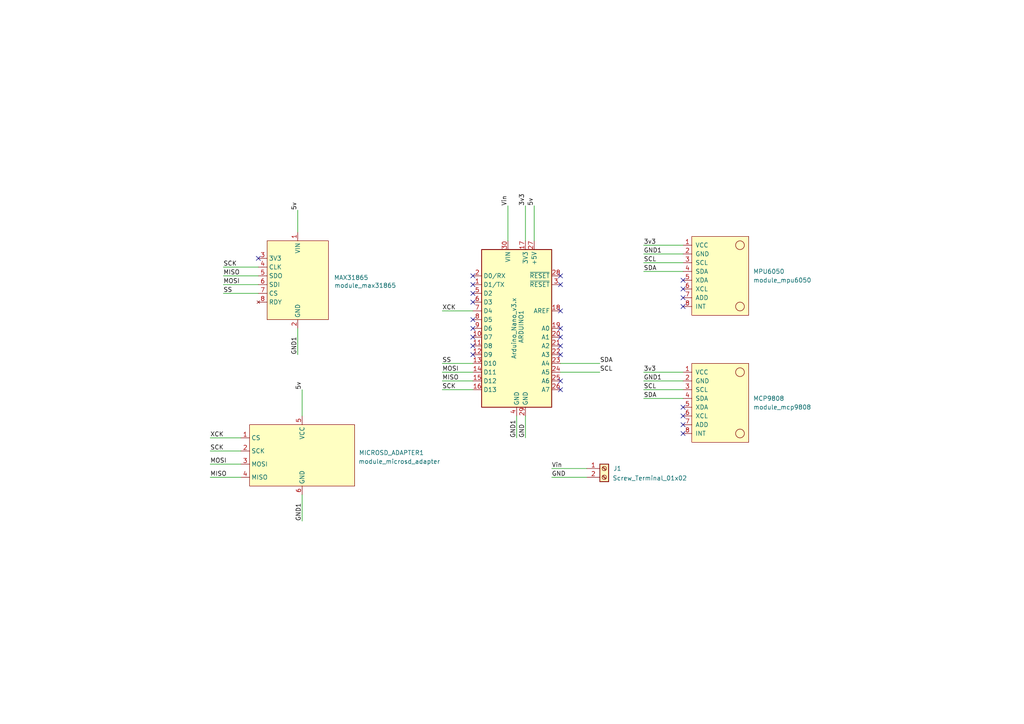
<source format=kicad_sch>
(kicad_sch
	(version 20250114)
	(generator "eeschema")
	(generator_version "9.0")
	(uuid "1379cf1c-bc65-430a-9d33-1c7aec62f3b0")
	(paper "A4")
	(title_block
		(title "Wildcat V Thermal System")
		(date "2025-05-20")
		(company "Chico Rocketry and Aerospace Club")
	)
	(lib_symbols
		(symbol "Connector:Screw_Terminal_01x02"
			(pin_names
				(offset 1.016)
				(hide yes)
			)
			(exclude_from_sim no)
			(in_bom yes)
			(on_board yes)
			(property "Reference" "J"
				(at 0 2.54 0)
				(effects
					(font
						(size 1.27 1.27)
					)
				)
			)
			(property "Value" "Screw_Terminal_01x02"
				(at 0 -5.08 0)
				(effects
					(font
						(size 1.27 1.27)
					)
				)
			)
			(property "Footprint" ""
				(at 0 0 0)
				(effects
					(font
						(size 1.27 1.27)
					)
					(hide yes)
				)
			)
			(property "Datasheet" "~"
				(at 0 0 0)
				(effects
					(font
						(size 1.27 1.27)
					)
					(hide yes)
				)
			)
			(property "Description" "Generic screw terminal, single row, 01x02, script generated (kicad-library-utils/schlib/autogen/connector/)"
				(at 0 0 0)
				(effects
					(font
						(size 1.27 1.27)
					)
					(hide yes)
				)
			)
			(property "ki_keywords" "screw terminal"
				(at 0 0 0)
				(effects
					(font
						(size 1.27 1.27)
					)
					(hide yes)
				)
			)
			(property "ki_fp_filters" "TerminalBlock*:*"
				(at 0 0 0)
				(effects
					(font
						(size 1.27 1.27)
					)
					(hide yes)
				)
			)
			(symbol "Screw_Terminal_01x02_1_1"
				(rectangle
					(start -1.27 1.27)
					(end 1.27 -3.81)
					(stroke
						(width 0.254)
						(type default)
					)
					(fill
						(type background)
					)
				)
				(polyline
					(pts
						(xy -0.5334 0.3302) (xy 0.3302 -0.508)
					)
					(stroke
						(width 0.1524)
						(type default)
					)
					(fill
						(type none)
					)
				)
				(polyline
					(pts
						(xy -0.5334 -2.2098) (xy 0.3302 -3.048)
					)
					(stroke
						(width 0.1524)
						(type default)
					)
					(fill
						(type none)
					)
				)
				(polyline
					(pts
						(xy -0.3556 0.508) (xy 0.508 -0.3302)
					)
					(stroke
						(width 0.1524)
						(type default)
					)
					(fill
						(type none)
					)
				)
				(polyline
					(pts
						(xy -0.3556 -2.032) (xy 0.508 -2.8702)
					)
					(stroke
						(width 0.1524)
						(type default)
					)
					(fill
						(type none)
					)
				)
				(circle
					(center 0 0)
					(radius 0.635)
					(stroke
						(width 0.1524)
						(type default)
					)
					(fill
						(type none)
					)
				)
				(circle
					(center 0 -2.54)
					(radius 0.635)
					(stroke
						(width 0.1524)
						(type default)
					)
					(fill
						(type none)
					)
				)
				(pin passive line
					(at -5.08 0 0)
					(length 3.81)
					(name "Pin_1"
						(effects
							(font
								(size 1.27 1.27)
							)
						)
					)
					(number "1"
						(effects
							(font
								(size 1.27 1.27)
							)
						)
					)
				)
				(pin passive line
					(at -5.08 -2.54 0)
					(length 3.81)
					(name "Pin_2"
						(effects
							(font
								(size 1.27 1.27)
							)
						)
					)
					(number "2"
						(effects
							(font
								(size 1.27 1.27)
							)
						)
					)
				)
			)
			(embedded_fonts no)
		)
		(symbol "MCU_Module:Arduino_Nano_v3.x"
			(exclude_from_sim no)
			(in_bom yes)
			(on_board yes)
			(property "Reference" "A"
				(at -10.16 23.495 0)
				(effects
					(font
						(size 1.27 1.27)
					)
					(justify left bottom)
				)
			)
			(property "Value" "Arduino_Nano_v3.x"
				(at 5.08 -24.13 0)
				(effects
					(font
						(size 1.27 1.27)
					)
					(justify left top)
				)
			)
			(property "Footprint" "Module:Arduino_Nano"
				(at 0 0 0)
				(effects
					(font
						(size 1.27 1.27)
						(italic yes)
					)
					(hide yes)
				)
			)
			(property "Datasheet" "http://www.mouser.com/pdfdocs/Gravitech_Arduino_Nano3_0.pdf"
				(at 0 0 0)
				(effects
					(font
						(size 1.27 1.27)
					)
					(hide yes)
				)
			)
			(property "Description" "Arduino Nano v3.x"
				(at 0 0 0)
				(effects
					(font
						(size 1.27 1.27)
					)
					(hide yes)
				)
			)
			(property "ki_keywords" "Arduino nano microcontroller module USB"
				(at 0 0 0)
				(effects
					(font
						(size 1.27 1.27)
					)
					(hide yes)
				)
			)
			(property "ki_fp_filters" "Arduino*Nano*"
				(at 0 0 0)
				(effects
					(font
						(size 1.27 1.27)
					)
					(hide yes)
				)
			)
			(symbol "Arduino_Nano_v3.x_0_1"
				(rectangle
					(start -10.16 22.86)
					(end 10.16 -22.86)
					(stroke
						(width 0.254)
						(type default)
					)
					(fill
						(type background)
					)
				)
			)
			(symbol "Arduino_Nano_v3.x_1_1"
				(pin bidirectional line
					(at -12.7 15.24 0)
					(length 2.54)
					(name "D0/RX"
						(effects
							(font
								(size 1.27 1.27)
							)
						)
					)
					(number "2"
						(effects
							(font
								(size 1.27 1.27)
							)
						)
					)
				)
				(pin bidirectional line
					(at -12.7 12.7 0)
					(length 2.54)
					(name "D1/TX"
						(effects
							(font
								(size 1.27 1.27)
							)
						)
					)
					(number "1"
						(effects
							(font
								(size 1.27 1.27)
							)
						)
					)
				)
				(pin bidirectional line
					(at -12.7 10.16 0)
					(length 2.54)
					(name "D2"
						(effects
							(font
								(size 1.27 1.27)
							)
						)
					)
					(number "5"
						(effects
							(font
								(size 1.27 1.27)
							)
						)
					)
				)
				(pin bidirectional line
					(at -12.7 7.62 0)
					(length 2.54)
					(name "D3"
						(effects
							(font
								(size 1.27 1.27)
							)
						)
					)
					(number "6"
						(effects
							(font
								(size 1.27 1.27)
							)
						)
					)
				)
				(pin bidirectional line
					(at -12.7 5.08 0)
					(length 2.54)
					(name "D4"
						(effects
							(font
								(size 1.27 1.27)
							)
						)
					)
					(number "7"
						(effects
							(font
								(size 1.27 1.27)
							)
						)
					)
				)
				(pin bidirectional line
					(at -12.7 2.54 0)
					(length 2.54)
					(name "D5"
						(effects
							(font
								(size 1.27 1.27)
							)
						)
					)
					(number "8"
						(effects
							(font
								(size 1.27 1.27)
							)
						)
					)
				)
				(pin bidirectional line
					(at -12.7 0 0)
					(length 2.54)
					(name "D6"
						(effects
							(font
								(size 1.27 1.27)
							)
						)
					)
					(number "9"
						(effects
							(font
								(size 1.27 1.27)
							)
						)
					)
				)
				(pin bidirectional line
					(at -12.7 -2.54 0)
					(length 2.54)
					(name "D7"
						(effects
							(font
								(size 1.27 1.27)
							)
						)
					)
					(number "10"
						(effects
							(font
								(size 1.27 1.27)
							)
						)
					)
				)
				(pin bidirectional line
					(at -12.7 -5.08 0)
					(length 2.54)
					(name "D8"
						(effects
							(font
								(size 1.27 1.27)
							)
						)
					)
					(number "11"
						(effects
							(font
								(size 1.27 1.27)
							)
						)
					)
				)
				(pin bidirectional line
					(at -12.7 -7.62 0)
					(length 2.54)
					(name "D9"
						(effects
							(font
								(size 1.27 1.27)
							)
						)
					)
					(number "12"
						(effects
							(font
								(size 1.27 1.27)
							)
						)
					)
				)
				(pin bidirectional line
					(at -12.7 -10.16 0)
					(length 2.54)
					(name "D10"
						(effects
							(font
								(size 1.27 1.27)
							)
						)
					)
					(number "13"
						(effects
							(font
								(size 1.27 1.27)
							)
						)
					)
				)
				(pin bidirectional line
					(at -12.7 -12.7 0)
					(length 2.54)
					(name "D11"
						(effects
							(font
								(size 1.27 1.27)
							)
						)
					)
					(number "14"
						(effects
							(font
								(size 1.27 1.27)
							)
						)
					)
				)
				(pin bidirectional line
					(at -12.7 -15.24 0)
					(length 2.54)
					(name "D12"
						(effects
							(font
								(size 1.27 1.27)
							)
						)
					)
					(number "15"
						(effects
							(font
								(size 1.27 1.27)
							)
						)
					)
				)
				(pin bidirectional line
					(at -12.7 -17.78 0)
					(length 2.54)
					(name "D13"
						(effects
							(font
								(size 1.27 1.27)
							)
						)
					)
					(number "16"
						(effects
							(font
								(size 1.27 1.27)
							)
						)
					)
				)
				(pin power_in line
					(at -2.54 25.4 270)
					(length 2.54)
					(name "VIN"
						(effects
							(font
								(size 1.27 1.27)
							)
						)
					)
					(number "30"
						(effects
							(font
								(size 1.27 1.27)
							)
						)
					)
				)
				(pin power_in line
					(at 0 -25.4 90)
					(length 2.54)
					(name "GND"
						(effects
							(font
								(size 1.27 1.27)
							)
						)
					)
					(number "4"
						(effects
							(font
								(size 1.27 1.27)
							)
						)
					)
				)
				(pin power_out line
					(at 2.54 25.4 270)
					(length 2.54)
					(name "3V3"
						(effects
							(font
								(size 1.27 1.27)
							)
						)
					)
					(number "17"
						(effects
							(font
								(size 1.27 1.27)
							)
						)
					)
				)
				(pin power_in line
					(at 2.54 -25.4 90)
					(length 2.54)
					(name "GND"
						(effects
							(font
								(size 1.27 1.27)
							)
						)
					)
					(number "29"
						(effects
							(font
								(size 1.27 1.27)
							)
						)
					)
				)
				(pin power_out line
					(at 5.08 25.4 270)
					(length 2.54)
					(name "+5V"
						(effects
							(font
								(size 1.27 1.27)
							)
						)
					)
					(number "27"
						(effects
							(font
								(size 1.27 1.27)
							)
						)
					)
				)
				(pin input line
					(at 12.7 15.24 180)
					(length 2.54)
					(name "~{RESET}"
						(effects
							(font
								(size 1.27 1.27)
							)
						)
					)
					(number "28"
						(effects
							(font
								(size 1.27 1.27)
							)
						)
					)
				)
				(pin input line
					(at 12.7 12.7 180)
					(length 2.54)
					(name "~{RESET}"
						(effects
							(font
								(size 1.27 1.27)
							)
						)
					)
					(number "3"
						(effects
							(font
								(size 1.27 1.27)
							)
						)
					)
				)
				(pin input line
					(at 12.7 5.08 180)
					(length 2.54)
					(name "AREF"
						(effects
							(font
								(size 1.27 1.27)
							)
						)
					)
					(number "18"
						(effects
							(font
								(size 1.27 1.27)
							)
						)
					)
				)
				(pin bidirectional line
					(at 12.7 0 180)
					(length 2.54)
					(name "A0"
						(effects
							(font
								(size 1.27 1.27)
							)
						)
					)
					(number "19"
						(effects
							(font
								(size 1.27 1.27)
							)
						)
					)
				)
				(pin bidirectional line
					(at 12.7 -2.54 180)
					(length 2.54)
					(name "A1"
						(effects
							(font
								(size 1.27 1.27)
							)
						)
					)
					(number "20"
						(effects
							(font
								(size 1.27 1.27)
							)
						)
					)
				)
				(pin bidirectional line
					(at 12.7 -5.08 180)
					(length 2.54)
					(name "A2"
						(effects
							(font
								(size 1.27 1.27)
							)
						)
					)
					(number "21"
						(effects
							(font
								(size 1.27 1.27)
							)
						)
					)
				)
				(pin bidirectional line
					(at 12.7 -7.62 180)
					(length 2.54)
					(name "A3"
						(effects
							(font
								(size 1.27 1.27)
							)
						)
					)
					(number "22"
						(effects
							(font
								(size 1.27 1.27)
							)
						)
					)
				)
				(pin bidirectional line
					(at 12.7 -10.16 180)
					(length 2.54)
					(name "A4"
						(effects
							(font
								(size 1.27 1.27)
							)
						)
					)
					(number "23"
						(effects
							(font
								(size 1.27 1.27)
							)
						)
					)
				)
				(pin bidirectional line
					(at 12.7 -12.7 180)
					(length 2.54)
					(name "A5"
						(effects
							(font
								(size 1.27 1.27)
							)
						)
					)
					(number "24"
						(effects
							(font
								(size 1.27 1.27)
							)
						)
					)
				)
				(pin bidirectional line
					(at 12.7 -15.24 180)
					(length 2.54)
					(name "A6"
						(effects
							(font
								(size 1.27 1.27)
							)
						)
					)
					(number "25"
						(effects
							(font
								(size 1.27 1.27)
							)
						)
					)
				)
				(pin bidirectional line
					(at 12.7 -17.78 180)
					(length 2.54)
					(name "A7"
						(effects
							(font
								(size 1.27 1.27)
							)
						)
					)
					(number "26"
						(effects
							(font
								(size 1.27 1.27)
							)
						)
					)
				)
			)
			(embedded_fonts no)
		)
		(symbol "custom-parts:module_max31865"
			(exclude_from_sim no)
			(in_bom yes)
			(on_board yes)
			(property "Reference" "MAX31865"
				(at 15.24 1.016 0)
				(effects
					(font
						(size 1.27 1.27)
					)
				)
			)
			(property "Value" "module_max31865"
				(at 19.304 -1.016 0)
				(effects
					(font
						(size 1.27 1.27)
					)
				)
			)
			(property "Footprint" ""
				(at 0 0 0)
				(effects
					(font
						(size 1.27 1.27)
					)
					(hide yes)
				)
			)
			(property "Datasheet" ""
				(at 0 0 0)
				(effects
					(font
						(size 1.27 1.27)
					)
					(hide yes)
				)
			)
			(property "Description" ""
				(at 0 0 0)
				(effects
					(font
						(size 1.27 1.27)
					)
					(hide yes)
				)
			)
			(symbol "module_max31865_1_1"
				(rectangle
					(start -8.89 11.43)
					(end 8.89 -11.43)
					(stroke
						(width 0)
						(type solid)
					)
					(fill
						(type color)
						(color 255 255 194 1)
					)
				)
				(pin power_in line
					(at -11.43 6.35 0)
					(length 2.54)
					(name "3V3"
						(effects
							(font
								(size 1.27 1.27)
							)
						)
					)
					(number "3"
						(effects
							(font
								(size 1.27 1.27)
							)
						)
					)
				)
				(pin input line
					(at -11.43 3.81 0)
					(length 2.54)
					(name "CLK"
						(effects
							(font
								(size 1.27 1.27)
							)
						)
					)
					(number "4"
						(effects
							(font
								(size 1.27 1.27)
							)
						)
					)
				)
				(pin output line
					(at -11.43 1.27 0)
					(length 2.54)
					(name "SDO"
						(effects
							(font
								(size 1.27 1.27)
							)
						)
					)
					(number "5"
						(effects
							(font
								(size 1.27 1.27)
							)
						)
					)
				)
				(pin input line
					(at -11.43 -1.27 0)
					(length 2.54)
					(name "SDI"
						(effects
							(font
								(size 1.27 1.27)
							)
						)
					)
					(number "6"
						(effects
							(font
								(size 1.27 1.27)
							)
						)
					)
				)
				(pin input line
					(at -11.43 -3.81 0)
					(length 2.54)
					(name "CS"
						(effects
							(font
								(size 1.27 1.27)
							)
						)
					)
					(number "7"
						(effects
							(font
								(size 1.27 1.27)
							)
						)
					)
				)
				(pin no_connect line
					(at -11.43 -6.35 0)
					(length 2.54)
					(name "RDY"
						(effects
							(font
								(size 1.27 1.27)
							)
						)
					)
					(number "8"
						(effects
							(font
								(size 1.27 1.27)
							)
						)
					)
				)
				(pin power_in line
					(at 0 13.97 270)
					(length 2.54)
					(name "VIN"
						(effects
							(font
								(size 1.27 1.27)
							)
						)
					)
					(number "1"
						(effects
							(font
								(size 1.27 1.27)
							)
						)
					)
				)
				(pin power_in line
					(at 0 -13.97 90)
					(length 2.54)
					(name "GND"
						(effects
							(font
								(size 1.27 1.27)
							)
						)
					)
					(number "2"
						(effects
							(font
								(size 1.27 1.27)
							)
						)
					)
				)
			)
			(embedded_fonts no)
		)
		(symbol "custom-parts:module_microsd_adapter"
			(exclude_from_sim no)
			(in_bom yes)
			(on_board yes)
			(property "Reference" "MICROSD_ADAPTER"
				(at 25.654 1.524 0)
				(effects
					(font
						(size 1.27 1.27)
					)
				)
			)
			(property "Value" "module_microsd_adapter"
				(at 28.702 -1.27 0)
				(effects
					(font
						(size 1.27 1.27)
					)
				)
			)
			(property "Footprint" ""
				(at 0 0 0)
				(effects
					(font
						(size 1.27 1.27)
					)
					(hide yes)
				)
			)
			(property "Datasheet" ""
				(at 0 0 0)
				(effects
					(font
						(size 1.27 1.27)
					)
					(hide yes)
				)
			)
			(property "Description" ""
				(at 0 0 0)
				(effects
					(font
						(size 1.27 1.27)
					)
					(hide yes)
				)
			)
			(symbol "module_microsd_adapter_1_1"
				(rectangle
					(start -15.24 8.89)
					(end 15.24 -8.89)
					(stroke
						(width 0)
						(type solid)
					)
					(fill
						(type color)
						(color 255 255 194 1)
					)
				)
				(pin input line
					(at -17.78 5.08 0)
					(length 2.54)
					(name "CS"
						(effects
							(font
								(size 1.27 1.27)
							)
						)
					)
					(number "1"
						(effects
							(font
								(size 1.27 1.27)
							)
						)
					)
				)
				(pin input line
					(at -17.78 1.27 0)
					(length 2.54)
					(name "SCK"
						(effects
							(font
								(size 1.27 1.27)
							)
						)
					)
					(number "2"
						(effects
							(font
								(size 1.27 1.27)
							)
						)
					)
				)
				(pin input line
					(at -17.78 -2.54 0)
					(length 2.54)
					(name "MOSI"
						(effects
							(font
								(size 1.27 1.27)
							)
						)
					)
					(number "3"
						(effects
							(font
								(size 1.27 1.27)
							)
						)
					)
				)
				(pin output line
					(at -17.78 -6.35 0)
					(length 2.54)
					(name "MISO"
						(effects
							(font
								(size 1.27 1.27)
							)
						)
					)
					(number "4"
						(effects
							(font
								(size 1.27 1.27)
							)
						)
					)
				)
				(pin power_in line
					(at 0 11.43 270)
					(length 2.54)
					(name "VCC"
						(effects
							(font
								(size 1.27 1.27)
							)
						)
					)
					(number "5"
						(effects
							(font
								(size 1.27 1.27)
							)
						)
					)
				)
				(pin power_in line
					(at 0 -11.43 90)
					(length 2.54)
					(name "GND"
						(effects
							(font
								(size 1.27 1.27)
							)
						)
					)
					(number "6"
						(effects
							(font
								(size 1.27 1.27)
							)
						)
					)
				)
			)
			(embedded_fonts no)
		)
		(symbol "usini_sensors:module_mpu6050"
			(pin_names
				(offset 1.016)
			)
			(exclude_from_sim no)
			(in_bom yes)
			(on_board yes)
			(property "Reference" "U"
				(at 2.54 21.59 0)
				(effects
					(font
						(size 1.27 1.27)
					)
				)
			)
			(property "Value" "module_mpu6050"
				(at 11.43 -3.81 0)
				(effects
					(font
						(size 1.27 1.27)
					)
				)
			)
			(property "Footprint" "usini_sensors:module_mpu6050"
				(at 11.43 -6.35 0)
				(effects
					(font
						(size 1.27 1.27)
					)
					(hide yes)
				)
			)
			(property "Datasheet" ""
				(at 0 6.35 0)
				(effects
					(font
						(size 1.27 1.27)
					)
					(hide yes)
				)
			)
			(property "Description" ""
				(at 0 0 0)
				(effects
					(font
						(size 1.27 1.27)
					)
					(hide yes)
				)
			)
			(symbol "module_mpu6050_0_1"
				(rectangle
					(start 2.54 20.32)
					(end 19.05 -2.54)
					(stroke
						(width 0)
						(type default)
					)
					(fill
						(type background)
					)
				)
				(circle
					(center 16.51 17.78)
					(radius 1.27)
					(stroke
						(width 0)
						(type default)
					)
					(fill
						(type none)
					)
				)
				(circle
					(center 16.51 0)
					(radius 1.27)
					(stroke
						(width 0)
						(type default)
					)
					(fill
						(type none)
					)
				)
			)
			(symbol "module_mpu6050_1_1"
				(pin input line
					(at 0 17.78 0)
					(length 2.54)
					(name "VCC"
						(effects
							(font
								(size 1.27 1.27)
							)
						)
					)
					(number "1"
						(effects
							(font
								(size 1.27 1.27)
							)
						)
					)
				)
				(pin input line
					(at 0 15.24 0)
					(length 2.54)
					(name "GND"
						(effects
							(font
								(size 1.27 1.27)
							)
						)
					)
					(number "2"
						(effects
							(font
								(size 1.27 1.27)
							)
						)
					)
				)
				(pin input line
					(at 0 12.7 0)
					(length 2.54)
					(name "SCL"
						(effects
							(font
								(size 1.27 1.27)
							)
						)
					)
					(number "3"
						(effects
							(font
								(size 1.27 1.27)
							)
						)
					)
				)
				(pin input line
					(at 0 10.16 0)
					(length 2.54)
					(name "SDA"
						(effects
							(font
								(size 1.27 1.27)
							)
						)
					)
					(number "4"
						(effects
							(font
								(size 1.27 1.27)
							)
						)
					)
				)
				(pin input line
					(at 0 7.62 0)
					(length 2.54)
					(name "XDA"
						(effects
							(font
								(size 1.27 1.27)
							)
						)
					)
					(number "5"
						(effects
							(font
								(size 1.27 1.27)
							)
						)
					)
				)
				(pin input line
					(at 0 5.08 0)
					(length 2.54)
					(name "XCL"
						(effects
							(font
								(size 1.27 1.27)
							)
						)
					)
					(number "6"
						(effects
							(font
								(size 1.27 1.27)
							)
						)
					)
				)
				(pin input line
					(at 0 2.54 0)
					(length 2.54)
					(name "ADD"
						(effects
							(font
								(size 1.27 1.27)
							)
						)
					)
					(number "7"
						(effects
							(font
								(size 1.27 1.27)
							)
						)
					)
				)
				(pin input line
					(at 0 0 0)
					(length 2.54)
					(name "INT"
						(effects
							(font
								(size 1.27 1.27)
							)
						)
					)
					(number "8"
						(effects
							(font
								(size 1.27 1.27)
							)
						)
					)
				)
			)
			(embedded_fonts no)
		)
	)
	(no_connect
		(at 198.12 88.9)
		(uuid "0b10d54b-8a06-4f54-b8a4-b1e00eff7095")
	)
	(no_connect
		(at 162.56 80.01)
		(uuid "132938b3-3a6c-4e82-8820-326e00077c56")
	)
	(no_connect
		(at 137.16 87.63)
		(uuid "1518ece6-88ee-48a6-bff6-abdcbe45ca93")
	)
	(no_connect
		(at 198.12 120.65)
		(uuid "24e579c0-0437-4ab8-b9d7-7e22f8b7a079")
	)
	(no_connect
		(at 74.93 74.93)
		(uuid "345a89a5-ddf2-4541-8dae-011d65deda59")
	)
	(no_connect
		(at 162.56 113.03)
		(uuid "35905011-7b97-4024-a67c-7583e4e03908")
	)
	(no_connect
		(at 137.16 95.25)
		(uuid "38a2bdea-4168-492c-a9a1-b80eb9ac4382")
	)
	(no_connect
		(at 137.16 92.71)
		(uuid "6b9d9390-5e05-422e-b471-ab40a923f7ed")
	)
	(no_connect
		(at 137.16 100.33)
		(uuid "751be6d9-ace7-494e-b6f5-f82bfde8fc80")
	)
	(no_connect
		(at 198.12 118.11)
		(uuid "840ec5c9-537e-4720-9852-3dd4aff54e35")
	)
	(no_connect
		(at 137.16 102.87)
		(uuid "881adb56-16fb-4205-8066-864638c9c702")
	)
	(no_connect
		(at 198.12 123.19)
		(uuid "9379a20c-e624-4463-9b5c-3f21ef11f6d8")
	)
	(no_connect
		(at 162.56 102.87)
		(uuid "939f39cc-a620-4374-9a56-2e4200d32ccf")
	)
	(no_connect
		(at 198.12 81.28)
		(uuid "95757bdc-984d-4d4f-8e6c-86c1da1c5831")
	)
	(no_connect
		(at 162.56 97.79)
		(uuid "963a59b5-0e6e-4d8d-928b-d17a200837ea")
	)
	(no_connect
		(at 162.56 110.49)
		(uuid "a364e441-f21e-4ae6-8550-98fc924327c7")
	)
	(no_connect
		(at 198.12 83.82)
		(uuid "a8ef60ab-7e8c-4d34-b38e-a56de7f5dd89")
	)
	(no_connect
		(at 137.16 97.79)
		(uuid "b12feceb-2b5a-448d-831d-1115a2931a49")
	)
	(no_connect
		(at 162.56 95.25)
		(uuid "cc6f51d3-2373-4c92-a635-be961924669c")
	)
	(no_connect
		(at 137.16 85.09)
		(uuid "d42d4815-2b84-4bb2-96b2-0232ff902cd4")
	)
	(no_connect
		(at 137.16 80.01)
		(uuid "d8d98817-c312-4a26-8d29-635ee9db7918")
	)
	(no_connect
		(at 198.12 125.73)
		(uuid "e33d0558-b9f8-431f-a526-d5d85ce8a11f")
	)
	(no_connect
		(at 137.16 82.55)
		(uuid "e4bb2647-d694-455a-a984-7730abecb8c6")
	)
	(no_connect
		(at 198.12 86.36)
		(uuid "ea06416d-4c97-4f28-ad21-25a2457556ac")
	)
	(no_connect
		(at 162.56 100.33)
		(uuid "efaad313-778e-4c61-b8e5-097fbc4f58d9")
	)
	(no_connect
		(at 162.56 82.55)
		(uuid "f9e5ca85-8fb9-4f45-b54f-d2bd14b27f3b")
	)
	(no_connect
		(at 162.56 90.17)
		(uuid "fc4d7da5-7183-4515-b5a0-b054bc0bdf2c")
	)
	(wire
		(pts
			(xy 160.02 138.43) (xy 170.18 138.43)
		)
		(stroke
			(width 0)
			(type default)
		)
		(uuid "0943c45a-8c7b-467c-b013-18afd020f538")
	)
	(wire
		(pts
			(xy 149.86 120.65) (xy 149.86 127)
		)
		(stroke
			(width 0)
			(type default)
		)
		(uuid "0c49ea6c-6ea7-4898-b0c0-ab5f0ca2f040")
	)
	(wire
		(pts
			(xy 186.69 113.03) (xy 198.12 113.03)
		)
		(stroke
			(width 0)
			(type default)
		)
		(uuid "0e2af94e-8d94-4ec0-8126-775f8f3e851b")
	)
	(wire
		(pts
			(xy 186.69 78.74) (xy 198.12 78.74)
		)
		(stroke
			(width 0)
			(type default)
		)
		(uuid "0eb4a130-6520-4da7-8439-2482b9a3e0b9")
	)
	(wire
		(pts
			(xy 128.27 110.49) (xy 137.16 110.49)
		)
		(stroke
			(width 0)
			(type default)
		)
		(uuid "10af93c6-04f4-4cb6-b789-f08c25f0541e")
	)
	(wire
		(pts
			(xy 64.77 82.55) (xy 74.93 82.55)
		)
		(stroke
			(width 0)
			(type default)
		)
		(uuid "1f1e264d-bdf0-4433-9d1d-c86687604341")
	)
	(wire
		(pts
			(xy 186.69 110.49) (xy 198.12 110.49)
		)
		(stroke
			(width 0)
			(type default)
		)
		(uuid "213aa0d3-9c62-4df6-87df-1cc85b56fb86")
	)
	(wire
		(pts
			(xy 162.56 105.41) (xy 173.99 105.41)
		)
		(stroke
			(width 0)
			(type default)
		)
		(uuid "2e44cdbb-96f5-4a4b-882b-bd54bf48d510")
	)
	(wire
		(pts
			(xy 186.69 107.95) (xy 198.12 107.95)
		)
		(stroke
			(width 0)
			(type default)
		)
		(uuid "300a9580-06e8-4fe7-a45c-3194c295b54f")
	)
	(wire
		(pts
			(xy 60.96 127) (xy 69.85 127)
		)
		(stroke
			(width 0)
			(type default)
		)
		(uuid "3726b289-ab44-4448-b002-ce2b7df0241e")
	)
	(wire
		(pts
			(xy 64.77 80.01) (xy 74.93 80.01)
		)
		(stroke
			(width 0)
			(type default)
		)
		(uuid "4fadce20-1028-4c47-a100-e76c9a289f54")
	)
	(wire
		(pts
			(xy 87.63 113.03) (xy 87.63 120.65)
		)
		(stroke
			(width 0)
			(type default)
		)
		(uuid "59869c9a-8082-4e88-8c9f-f7e80fdc684d")
	)
	(wire
		(pts
			(xy 152.4 59.69) (xy 152.4 69.85)
		)
		(stroke
			(width 0)
			(type default)
		)
		(uuid "5b5843e3-7a6e-4c41-a4dd-c0a03ac80023")
	)
	(wire
		(pts
			(xy 160.02 135.89) (xy 170.18 135.89)
		)
		(stroke
			(width 0)
			(type default)
		)
		(uuid "60335d5e-5379-43b9-9a82-0ce2fe2e02df")
	)
	(wire
		(pts
			(xy 87.63 143.51) (xy 87.63 151.13)
		)
		(stroke
			(width 0)
			(type default)
		)
		(uuid "7335e42e-bf99-4007-8c5d-50b15b594174")
	)
	(wire
		(pts
			(xy 186.69 71.12) (xy 198.12 71.12)
		)
		(stroke
			(width 0)
			(type default)
		)
		(uuid "7c7a365c-91a5-4c80-9d43-8247bc33ae78")
	)
	(wire
		(pts
			(xy 60.96 134.62) (xy 69.85 134.62)
		)
		(stroke
			(width 0)
			(type default)
		)
		(uuid "88871d03-6104-4e34-a5eb-e979098912ce")
	)
	(wire
		(pts
			(xy 60.96 130.81) (xy 69.85 130.81)
		)
		(stroke
			(width 0)
			(type default)
		)
		(uuid "8af2a60e-3e86-4e80-bf67-b0c30994b60e")
	)
	(wire
		(pts
			(xy 86.36 95.25) (xy 86.36 102.87)
		)
		(stroke
			(width 0)
			(type default)
		)
		(uuid "8fef357c-66a6-4109-9dff-d7a40f2a5339")
	)
	(wire
		(pts
			(xy 128.27 90.17) (xy 137.16 90.17)
		)
		(stroke
			(width 0)
			(type default)
		)
		(uuid "9763f9a3-054e-4737-8ff2-0d7119d4b450")
	)
	(wire
		(pts
			(xy 186.69 76.2) (xy 198.12 76.2)
		)
		(stroke
			(width 0)
			(type default)
		)
		(uuid "9bd2ee9e-e33f-4cbb-8f23-b4400725c14c")
	)
	(wire
		(pts
			(xy 86.36 60.96) (xy 86.36 67.31)
		)
		(stroke
			(width 0)
			(type default)
		)
		(uuid "ab8dd356-75c9-4380-8311-9c4e4f474ad7")
	)
	(wire
		(pts
			(xy 147.32 59.69) (xy 147.32 69.85)
		)
		(stroke
			(width 0)
			(type default)
		)
		(uuid "ac284e16-e49f-4857-b1c1-f458f102a3fa")
	)
	(wire
		(pts
			(xy 128.27 105.41) (xy 137.16 105.41)
		)
		(stroke
			(width 0)
			(type default)
		)
		(uuid "b6038d6e-fd44-4af4-b4f4-2e47c8a610dd")
	)
	(wire
		(pts
			(xy 128.27 113.03) (xy 137.16 113.03)
		)
		(stroke
			(width 0)
			(type default)
		)
		(uuid "ba181dd5-73e5-4c44-acd1-d126d794aa2a")
	)
	(wire
		(pts
			(xy 64.77 85.09) (xy 74.93 85.09)
		)
		(stroke
			(width 0)
			(type default)
		)
		(uuid "bdb38e9a-cee0-4fca-8c79-4ece32112e85")
	)
	(wire
		(pts
			(xy 128.27 107.95) (xy 137.16 107.95)
		)
		(stroke
			(width 0)
			(type default)
		)
		(uuid "c4d784d5-f09b-4da3-8236-f6e0a2ad9daa")
	)
	(wire
		(pts
			(xy 162.56 107.95) (xy 173.99 107.95)
		)
		(stroke
			(width 0)
			(type default)
		)
		(uuid "c77eec77-cb6b-4558-81bd-d6f3c6077f42")
	)
	(wire
		(pts
			(xy 186.69 73.66) (xy 198.12 73.66)
		)
		(stroke
			(width 0)
			(type default)
		)
		(uuid "d86222bc-ec09-4e1e-ae05-a2390dd57464")
	)
	(wire
		(pts
			(xy 154.94 59.69) (xy 154.94 69.85)
		)
		(stroke
			(width 0)
			(type default)
		)
		(uuid "da23b315-2a88-44f8-b397-cb2defab9439")
	)
	(wire
		(pts
			(xy 60.96 138.43) (xy 69.85 138.43)
		)
		(stroke
			(width 0)
			(type default)
		)
		(uuid "db7b7238-1c4c-445a-b1ad-51f2defce277")
	)
	(wire
		(pts
			(xy 152.4 120.65) (xy 152.4 127)
		)
		(stroke
			(width 0)
			(type default)
		)
		(uuid "e0e4a10d-ac2b-4817-99af-0f4e5c23d4ac")
	)
	(wire
		(pts
			(xy 64.77 77.47) (xy 74.93 77.47)
		)
		(stroke
			(width 0)
			(type default)
		)
		(uuid "e806fa15-cacb-400f-a0cc-602c649ae6d0")
	)
	(wire
		(pts
			(xy 186.69 115.57) (xy 198.12 115.57)
		)
		(stroke
			(width 0)
			(type default)
		)
		(uuid "f052dee0-e944-4d2a-8a5d-90d1ab0ee13a")
	)
	(label "SDA"
		(at 186.69 115.57 0)
		(effects
			(font
				(size 1.27 1.27)
			)
			(justify left bottom)
		)
		(uuid "015f084b-68f2-4d36-823e-8764cbcc5a1a")
	)
	(label "XCK"
		(at 60.96 127 0)
		(effects
			(font
				(size 1.27 1.27)
			)
			(justify left bottom)
		)
		(uuid "19b4ceb3-5b0f-4af7-bea9-76f064dc7c2a")
	)
	(label "MISO"
		(at 60.96 138.43 0)
		(effects
			(font
				(size 1.27 1.27)
			)
			(justify left bottom)
		)
		(uuid "1cd54f13-7feb-4eff-978f-7734256bd77f")
	)
	(label "SCK"
		(at 128.27 113.03 0)
		(effects
			(font
				(size 1.27 1.27)
			)
			(justify left bottom)
		)
		(uuid "1eef7b2a-b1a6-47d5-910a-c4bc7d384db2")
	)
	(label "SCL"
		(at 173.99 107.95 0)
		(effects
			(font
				(size 1.27 1.27)
			)
			(justify left bottom)
		)
		(uuid "257732e3-e614-4c75-ad29-98ea6c6abdba")
	)
	(label "SCL"
		(at 186.69 113.03 0)
		(effects
			(font
				(size 1.27 1.27)
			)
			(justify left bottom)
		)
		(uuid "31461ea6-d929-4994-b380-1f13f5d0b86d")
	)
	(label "3v3"
		(at 186.69 71.12 0)
		(effects
			(font
				(size 1.27 1.27)
			)
			(justify left bottom)
		)
		(uuid "357a9327-a86b-4686-8102-e722ab0a21b7")
	)
	(label "SCL"
		(at 186.69 76.2 0)
		(effects
			(font
				(size 1.27 1.27)
			)
			(justify left bottom)
		)
		(uuid "49e39ba5-acee-40d3-9629-2340b27c4812")
	)
	(label "SDA"
		(at 173.99 105.41 0)
		(effects
			(font
				(size 1.27 1.27)
			)
			(justify left bottom)
		)
		(uuid "4e2ad3d9-8870-4171-a104-79a2f77cbffa")
	)
	(label "5v"
		(at 86.36 60.96 90)
		(effects
			(font
				(size 1.27 1.27)
			)
			(justify left bottom)
		)
		(uuid "53da36c3-835c-4bb7-a71f-4b60311189bb")
	)
	(label "3v3"
		(at 186.69 107.95 0)
		(effects
			(font
				(size 1.27 1.27)
			)
			(justify left bottom)
		)
		(uuid "592a59c6-6864-4b6e-a5ac-aab700995231")
	)
	(label "GND1"
		(at 87.63 151.13 90)
		(effects
			(font
				(size 1.27 1.27)
			)
			(justify left bottom)
		)
		(uuid "66dcb43e-663e-4362-86b0-469d5bedecd9")
	)
	(label "GND1"
		(at 149.86 127 90)
		(effects
			(font
				(size 1.27 1.27)
			)
			(justify left bottom)
		)
		(uuid "73b4ab19-a8c5-4163-80f4-20cbd7a7c026")
	)
	(label "5v"
		(at 154.94 59.69 90)
		(effects
			(font
				(size 1.27 1.27)
			)
			(justify left bottom)
		)
		(uuid "75f7cd0a-4874-4ebc-93e7-9e47d5e9ca40")
	)
	(label "SS"
		(at 64.77 85.09 0)
		(effects
			(font
				(size 1.27 1.27)
			)
			(justify left bottom)
		)
		(uuid "82f73dda-ed1e-473a-876b-5383785ba0d6")
	)
	(label "5v"
		(at 87.63 113.03 90)
		(effects
			(font
				(size 1.27 1.27)
			)
			(justify left bottom)
		)
		(uuid "8aaa9a0e-c39a-4e03-89b2-2e02bd0ff345")
	)
	(label "SCK"
		(at 64.77 77.47 0)
		(effects
			(font
				(size 1.27 1.27)
			)
			(justify left bottom)
		)
		(uuid "8e9c74ec-da53-4220-a94f-fafd51c78e3b")
	)
	(label "MOSI"
		(at 64.77 82.55 0)
		(effects
			(font
				(size 1.27 1.27)
			)
			(justify left bottom)
		)
		(uuid "90225ca5-4337-4d86-983e-eaa85876ae8b")
	)
	(label "GND1"
		(at 186.69 73.66 0)
		(effects
			(font
				(size 1.27 1.27)
			)
			(justify left bottom)
		)
		(uuid "95b18838-b324-4c80-8781-eab647c574b2")
	)
	(label "SDA"
		(at 186.69 78.74 0)
		(effects
			(font
				(size 1.27 1.27)
			)
			(justify left bottom)
		)
		(uuid "9763f67c-e804-4b7a-bb2d-b48a5bb7f2c6")
	)
	(label "MOSI"
		(at 60.96 134.62 0)
		(effects
			(font
				(size 1.27 1.27)
			)
			(justify left bottom)
		)
		(uuid "a1a511da-246c-4fb8-a75e-79258fa5ce01")
	)
	(label "GND1"
		(at 86.36 102.87 90)
		(effects
			(font
				(size 1.27 1.27)
			)
			(justify left bottom)
		)
		(uuid "a2e2b5cd-90d7-4399-93dd-2a69226fa67f")
	)
	(label "GND"
		(at 152.4 127 90)
		(effects
			(font
				(size 1.27 1.27)
			)
			(justify left bottom)
		)
		(uuid "b3391295-b994-4681-877c-4fdc9c737512")
	)
	(label "GND"
		(at 160.02 138.43 0)
		(effects
			(font
				(size 1.27 1.27)
			)
			(justify left bottom)
		)
		(uuid "b46fe2f2-dc53-4077-afeb-b4e9ad98f731")
	)
	(label "MISO"
		(at 128.27 110.49 0)
		(effects
			(font
				(size 1.27 1.27)
			)
			(justify left bottom)
		)
		(uuid "c2917018-effd-4da2-8225-a751aebec23c")
	)
	(label "Vin"
		(at 147.32 59.69 90)
		(effects
			(font
				(size 1.27 1.27)
			)
			(justify left bottom)
		)
		(uuid "c38f7a7b-3359-40de-980f-a6eedac25597")
	)
	(label "GND1"
		(at 186.69 110.49 0)
		(effects
			(font
				(size 1.27 1.27)
			)
			(justify left bottom)
		)
		(uuid "c6051604-7fca-4687-82cb-87654f2a67fc")
	)
	(label "XCK"
		(at 128.27 90.17 0)
		(effects
			(font
				(size 1.27 1.27)
			)
			(justify left bottom)
		)
		(uuid "c64984a3-0701-4545-b5dd-126989833dab")
	)
	(label "SCK"
		(at 60.96 130.81 0)
		(effects
			(font
				(size 1.27 1.27)
			)
			(justify left bottom)
		)
		(uuid "d51c5801-5a0e-49ef-bd3b-d9573d96281c")
	)
	(label "SS"
		(at 128.27 105.41 0)
		(effects
			(font
				(size 1.27 1.27)
			)
			(justify left bottom)
		)
		(uuid "e24a8e74-a1f1-4b93-9c8a-bbf2cf9331e3")
	)
	(label "MOSI"
		(at 128.27 107.95 0)
		(effects
			(font
				(size 1.27 1.27)
			)
			(justify left bottom)
		)
		(uuid "e8a29265-a54c-4029-ae06-d490b4078319")
	)
	(label "MISO"
		(at 64.77 80.01 0)
		(effects
			(font
				(size 1.27 1.27)
			)
			(justify left bottom)
		)
		(uuid "e97d6fa7-ce61-4dd2-8b01-fe5cbf8d3308")
	)
	(label "Vin"
		(at 160.02 135.89 0)
		(effects
			(font
				(size 1.27 1.27)
			)
			(justify left bottom)
		)
		(uuid "ec22e804-4032-4189-a1b7-8c153443da78")
	)
	(label "3v3"
		(at 152.4 59.69 90)
		(effects
			(font
				(size 1.27 1.27)
			)
			(justify left bottom)
		)
		(uuid "f3a553f9-0257-4aaa-a37b-8f740fa0aaba")
	)
	(symbol
		(lib_id "usini_sensors:module_mpu6050")
		(at 198.12 125.73 0)
		(unit 1)
		(exclude_from_sim no)
		(in_bom yes)
		(on_board yes)
		(dnp no)
		(fields_autoplaced yes)
		(uuid "055ed3ee-ec87-4223-aab1-e5b32f14fc0e")
		(property "Reference" "MCP9808"
			(at 218.44 115.5699 0)
			(effects
				(font
					(size 1.27 1.27)
				)
				(justify left)
			)
		)
		(property "Value" "module_mcp9808"
			(at 218.44 118.1099 0)
			(effects
				(font
					(size 1.27 1.27)
				)
				(justify left)
			)
		)
		(property "Footprint" "thermal-system-parts:module_mcp9808"
			(at 209.55 132.08 0)
			(effects
				(font
					(size 1.27 1.27)
				)
				(hide yes)
			)
		)
		(property "Datasheet" ""
			(at 198.12 119.38 0)
			(effects
				(font
					(size 1.27 1.27)
				)
				(hide yes)
			)
		)
		(property "Description" ""
			(at 198.12 125.73 0)
			(effects
				(font
					(size 1.27 1.27)
				)
				(hide yes)
			)
		)
		(pin "1"
			(uuid "338a7d16-e6e3-4666-85b0-e0e68deb3369")
		)
		(pin "4"
			(uuid "e0765b47-adfb-4226-97a6-97586c97252e")
		)
		(pin "7"
			(uuid "cb3632ed-a947-47b1-8161-ad6861a040a4")
		)
		(pin "6"
			(uuid "79f58198-9ea1-4f46-8ec2-83504245ea26")
		)
		(pin "5"
			(uuid "4c452257-6bd4-49ce-bbba-924f0ed99f90")
		)
		(pin "8"
			(uuid "9424577f-7f0a-4e57-9239-4fd0a665d09a")
		)
		(pin "2"
			(uuid "8f7e8aef-378c-4f62-8f88-2e76880656d8")
		)
		(pin "3"
			(uuid "d8a2c27a-3d04-4a54-bba4-7df10ef1cda9")
		)
		(instances
			(project "Thermal-System"
				(path "/1379cf1c-bc65-430a-9d33-1c7aec62f3b0"
					(reference "MCP9808")
					(unit 1)
				)
			)
		)
	)
	(symbol
		(lib_id "custom-parts:module_microsd_adapter")
		(at 87.63 132.08 0)
		(unit 1)
		(exclude_from_sim no)
		(in_bom yes)
		(on_board yes)
		(dnp no)
		(uuid "09339043-8204-45f8-8ecd-14b13e034c92")
		(property "Reference" "MICROSD_ADAPTER1"
			(at 113.538 131.318 0)
			(effects
				(font
					(size 1.27 1.27)
				)
			)
		)
		(property "Value" "module_microsd_adapter"
			(at 115.824 133.858 0)
			(effects
				(font
					(size 1.27 1.27)
				)
			)
		)
		(property "Footprint" "thermal-system-parts:module_microsdadapter"
			(at 87.63 132.08 0)
			(effects
				(font
					(size 1.27 1.27)
				)
				(hide yes)
			)
		)
		(property "Datasheet" ""
			(at 87.63 132.08 0)
			(effects
				(font
					(size 1.27 1.27)
				)
				(hide yes)
			)
		)
		(property "Description" ""
			(at 87.63 132.08 0)
			(effects
				(font
					(size 1.27 1.27)
				)
				(hide yes)
			)
		)
		(pin "3"
			(uuid "c615af2a-8251-4c7c-9c7e-b17c68e569f7")
		)
		(pin "6"
			(uuid "3a8ad98b-3a4a-4173-a4a3-dc195abf1704")
		)
		(pin "1"
			(uuid "f92acc85-b30a-42ba-8e82-28d5511ecc65")
		)
		(pin "5"
			(uuid "6ddf2b45-0d1e-4983-96c6-898141538929")
		)
		(pin "4"
			(uuid "9bbec006-6f77-4eec-8476-412203b86a81")
		)
		(pin "2"
			(uuid "312c2443-fcd2-4c25-b139-a17077c3ea52")
		)
		(instances
			(project ""
				(path "/1379cf1c-bc65-430a-9d33-1c7aec62f3b0"
					(reference "MICROSD_ADAPTER1")
					(unit 1)
				)
			)
		)
	)
	(symbol
		(lib_id "Connector:Screw_Terminal_01x02")
		(at 175.26 135.89 0)
		(unit 1)
		(exclude_from_sim no)
		(in_bom yes)
		(on_board yes)
		(dnp no)
		(uuid "416b38bc-c1b7-42c2-9d66-f44a6addab17")
		(property "Reference" "J1"
			(at 179.07 135.89 0)
			(effects
				(font
					(size 1.27 1.27)
				)
			)
		)
		(property "Value" "Screw_Terminal_01x02"
			(at 188.468 138.684 0)
			(effects
				(font
					(size 1.27 1.27)
				)
			)
		)
		(property "Footprint" "TerminalBlock:TerminalBlock_MaiXu_MX126-5.0-02P_1x02_P5.00mm"
			(at 175.26 135.89 0)
			(effects
				(font
					(size 1.27 1.27)
				)
				(hide yes)
			)
		)
		(property "Datasheet" "~"
			(at 175.26 135.89 0)
			(effects
				(font
					(size 1.27 1.27)
				)
				(hide yes)
			)
		)
		(property "Description" "Generic screw terminal, single row, 01x02, script generated (kicad-library-utils/schlib/autogen/connector/)"
			(at 175.26 135.89 0)
			(effects
				(font
					(size 1.27 1.27)
				)
				(hide yes)
			)
		)
		(pin "1"
			(uuid "f259a756-510a-478a-af38-28eddc322480")
		)
		(pin "2"
			(uuid "3a2f418a-5dee-42b8-9247-4d6e04703780")
		)
		(instances
			(project ""
				(path "/1379cf1c-bc65-430a-9d33-1c7aec62f3b0"
					(reference "J1")
					(unit 1)
				)
			)
		)
	)
	(symbol
		(lib_id "MCU_Module:Arduino_Nano_v3.x")
		(at 149.86 95.25 0)
		(unit 1)
		(exclude_from_sim no)
		(in_bom yes)
		(on_board yes)
		(dnp no)
		(uuid "761e808f-2fe6-4396-b8a2-fb68fb7de420")
		(property "Reference" "ARDUINO1"
			(at 151.892 99.568 90)
			(effects
				(font
					(size 1.27 1.27)
				)
				(justify left bottom)
			)
		)
		(property "Value" "Arduino_Nano_v3.x"
			(at 148.336 104.14 90)
			(effects
				(font
					(size 1.27 1.27)
				)
				(justify left top)
			)
		)
		(property "Footprint" "Module:Arduino_Nano"
			(at 149.86 95.25 0)
			(effects
				(font
					(size 1.27 1.27)
					(italic yes)
				)
				(hide yes)
			)
		)
		(property "Datasheet" "http://www.mouser.com/pdfdocs/Gravitech_Arduino_Nano3_0.pdf"
			(at 149.86 95.25 0)
			(effects
				(font
					(size 1.27 1.27)
				)
				(hide yes)
			)
		)
		(property "Description" "Arduino Nano v3.x"
			(at 149.86 95.25 0)
			(effects
				(font
					(size 1.27 1.27)
				)
				(hide yes)
			)
		)
		(pin "20"
			(uuid "5a2ac1c4-87d1-4726-a9e2-bcde3dc92a03")
		)
		(pin "22"
			(uuid "61da2107-a17c-4b3f-a542-4ae1495f742f")
		)
		(pin "1"
			(uuid "84bd30cc-949f-4c0d-86c6-ad5b8700128d")
		)
		(pin "5"
			(uuid "b2071b0e-def2-4c76-8f56-8b831036a081")
		)
		(pin "8"
			(uuid "805ed483-0322-482a-96cc-db9109238f16")
		)
		(pin "10"
			(uuid "bf302f00-6d4b-4b67-8397-3e0e1fde89f2")
		)
		(pin "12"
			(uuid "a6b7d516-e51f-49e3-80f3-256b3b6de001")
		)
		(pin "29"
			(uuid "098eed22-6893-4ea0-b404-e48d78e8cba7")
		)
		(pin "27"
			(uuid "9c5e5fa8-3530-4822-a1e8-55297760cd3c")
		)
		(pin "19"
			(uuid "21a67b03-4ae6-4284-a0c6-5db35075139f")
		)
		(pin "11"
			(uuid "6ce29baf-c756-4394-b854-5ff024978d4a")
		)
		(pin "7"
			(uuid "3dd131d1-84d4-444c-87d8-eb60a002bb81")
		)
		(pin "2"
			(uuid "52665a83-508a-450e-88ee-c278d1fa28db")
		)
		(pin "6"
			(uuid "d83b0a80-7ccf-4e1b-a0ae-8bb419681932")
		)
		(pin "9"
			(uuid "f0431a9c-02ff-4a43-a76e-52ee0699d93d")
		)
		(pin "15"
			(uuid "1469468d-68b3-4e5f-8f90-be8e246febc3")
		)
		(pin "16"
			(uuid "3ec1becf-f9f8-4d0b-a8e5-3937d113ca82")
		)
		(pin "13"
			(uuid "37a8a4d6-07f0-42a8-b083-b5f49b3f1eae")
		)
		(pin "30"
			(uuid "13011681-ba6e-4ba3-958e-4a4f0c4eb89f")
		)
		(pin "4"
			(uuid "111960b8-3911-4363-a2e1-6d33d301647c")
		)
		(pin "28"
			(uuid "c1e1efea-8647-4917-800e-8c1baf48a8ba")
		)
		(pin "3"
			(uuid "9246e604-4ee1-42ff-bc02-ce39d9384fd8")
		)
		(pin "17"
			(uuid "2393bb50-bb5b-4773-a685-f3eef3bd3346")
		)
		(pin "14"
			(uuid "3ddf11c5-9bd6-4407-b2fb-6dcc137013b6")
		)
		(pin "18"
			(uuid "da0a34f5-11fa-4b43-8929-39196895bca4")
		)
		(pin "21"
			(uuid "b4b6bb16-ac73-4034-8232-2a7c3128a4d3")
		)
		(pin "23"
			(uuid "224bc065-c4ee-47ca-b205-873810b3edab")
		)
		(pin "24"
			(uuid "a37af66e-fcd2-4e5f-882e-8fcb4f83afc3")
		)
		(pin "26"
			(uuid "799bd2a0-e755-4e04-a9fe-5bd6242fd8a5")
		)
		(pin "25"
			(uuid "a0afabe3-eb18-40a6-8c91-254821d8c8e1")
		)
		(instances
			(project ""
				(path "/1379cf1c-bc65-430a-9d33-1c7aec62f3b0"
					(reference "ARDUINO1")
					(unit 1)
				)
			)
		)
	)
	(symbol
		(lib_id "usini_sensors:module_mpu6050")
		(at 198.12 88.9 0)
		(unit 1)
		(exclude_from_sim no)
		(in_bom yes)
		(on_board yes)
		(dnp no)
		(fields_autoplaced yes)
		(uuid "b7c6cc07-de31-4558-a7dc-a7e5e0f954be")
		(property "Reference" "MPU6050"
			(at 218.44 78.7399 0)
			(effects
				(font
					(size 1.27 1.27)
				)
				(justify left)
			)
		)
		(property "Value" "module_mpu6050"
			(at 218.44 81.2799 0)
			(effects
				(font
					(size 1.27 1.27)
				)
				(justify left)
			)
		)
		(property "Footprint" "usini_sensors:module_mpu6050"
			(at 209.55 95.25 0)
			(effects
				(font
					(size 1.27 1.27)
				)
				(hide yes)
			)
		)
		(property "Datasheet" ""
			(at 198.12 82.55 0)
			(effects
				(font
					(size 1.27 1.27)
				)
				(hide yes)
			)
		)
		(property "Description" ""
			(at 198.12 88.9 0)
			(effects
				(font
					(size 1.27 1.27)
				)
				(hide yes)
			)
		)
		(pin "1"
			(uuid "fe0235c1-bc90-4ca0-adff-7cbd93bf1727")
		)
		(pin "4"
			(uuid "7d921df1-b432-4d90-99c8-585756772b86")
		)
		(pin "7"
			(uuid "498b8832-5d88-4d49-a3f4-e2ccfaca9202")
		)
		(pin "6"
			(uuid "2a577d95-f563-4f66-ab90-7be4330ee55e")
		)
		(pin "5"
			(uuid "09e63a77-9ce4-4c5d-a84d-b505b8ed8360")
		)
		(pin "8"
			(uuid "d554d526-96b0-4cc4-b653-a05bdc5aae96")
		)
		(pin "2"
			(uuid "66adb6c6-cb1c-49e2-9566-4b7018873025")
		)
		(pin "3"
			(uuid "b58aba52-4762-4a22-8d64-3214af278e16")
		)
		(instances
			(project ""
				(path "/1379cf1c-bc65-430a-9d33-1c7aec62f3b0"
					(reference "MPU6050")
					(unit 1)
				)
			)
		)
	)
	(symbol
		(lib_id "custom-parts:module_max31865")
		(at 86.36 81.28 0)
		(unit 1)
		(exclude_from_sim no)
		(in_bom yes)
		(on_board yes)
		(dnp no)
		(uuid "c87f7003-c2aa-4420-8678-563f7725381e")
		(property "Reference" "MAX31865"
			(at 101.854 80.518 0)
			(effects
				(font
					(size 1.27 1.27)
				)
			)
		)
		(property "Value" "module_max31865"
			(at 105.918 82.804 0)
			(effects
				(font
					(size 1.27 1.27)
				)
			)
		)
		(property "Footprint" "thermal-system-parts:module_max31865"
			(at 86.36 81.28 0)
			(effects
				(font
					(size 1.27 1.27)
				)
				(hide yes)
			)
		)
		(property "Datasheet" ""
			(at 86.36 81.28 0)
			(effects
				(font
					(size 1.27 1.27)
				)
				(hide yes)
			)
		)
		(property "Description" ""
			(at 86.36 81.28 0)
			(effects
				(font
					(size 1.27 1.27)
				)
				(hide yes)
			)
		)
		(pin "3"
			(uuid "8e9d740d-f43d-469e-917e-6da9fa868102")
		)
		(pin "4"
			(uuid "36b65db7-d736-4780-8e47-4a7ac0d43e48")
		)
		(pin "7"
			(uuid "34fa159e-40a7-4437-af05-22f275e2a180")
		)
		(pin "8"
			(uuid "746b8911-afdd-44a2-82a8-a975e0cc0215")
		)
		(pin "1"
			(uuid "ba822e9a-e48b-4a37-9096-fefc5cfffab5")
		)
		(pin "2"
			(uuid "d0045919-e002-4bc4-a7c9-716270aaea70")
		)
		(pin "6"
			(uuid "7de80e4c-c74f-4a34-9ea1-2ead158957ba")
		)
		(pin "5"
			(uuid "55cca76b-4b54-4a4c-a6d9-b8605cf56f04")
		)
		(instances
			(project ""
				(path "/1379cf1c-bc65-430a-9d33-1c7aec62f3b0"
					(reference "MAX31865")
					(unit 1)
				)
			)
		)
	)
	(sheet_instances
		(path "/"
			(page "1")
		)
	)
	(embedded_fonts no)
)

</source>
